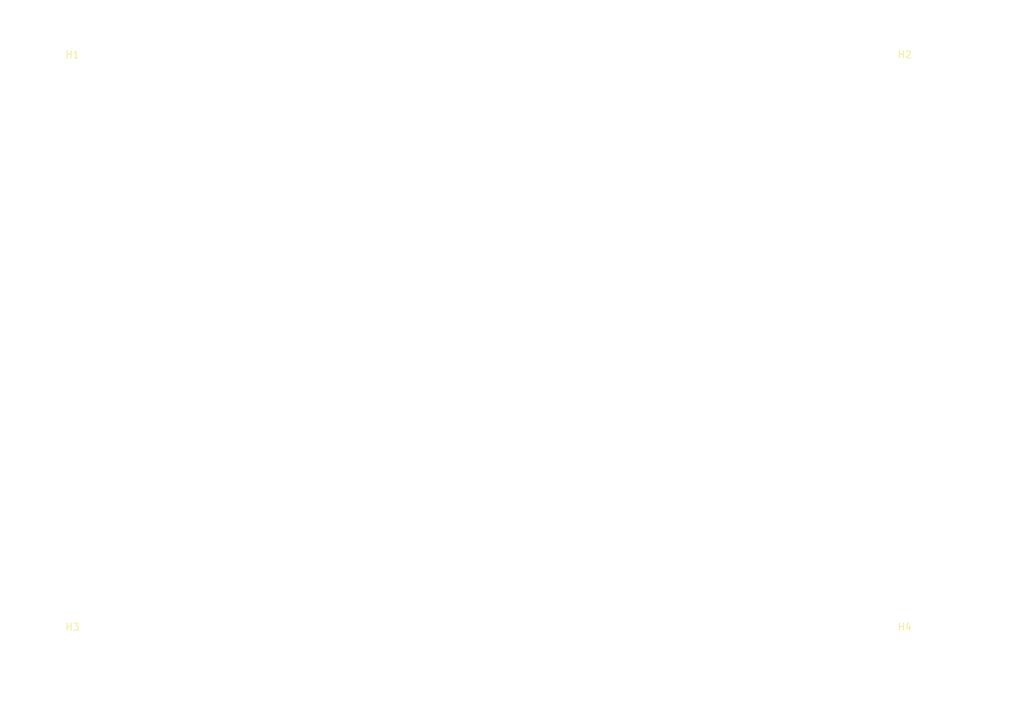
<source format=kicad_pcb>
(kicad_pcb (version 20210228) (generator pcbnew)
  (title_block (title "Enter Title On Page Setting Dialog") (rev "1") (company "KiCAD"))
  (layers (0 "F.Cu" signal) (31 "B.Cu" signal) (34 "B.Paste" user) (35 "F.Paste" user) (36 "B.SilkS" user "B.Silkscreen") (37 "F.SilkS" user "F.Silkscreen") (38 "B.Mask" user) (39 "F.Mask" user) (44 "Edge.Cuts" user))
  (net 0 "")
  (footprint "MountingHole:MountingHole_3.2mm_M3" (layer "F.Cu") (at 80.64 49.105)
    (fp_text reference "H1" (at 5.16 -0.205) (layer "F.SilkS"))
    (fp_text value "MountingHole")
    (pad "1" np_thru_hole circle (at 0 0) (size 3.2 3.2) (drill 3.2) (layers *.Cu *.Mask))
  )
  (footprint "MountingHole:MountingHole_3.2mm_M3" (layer "F.Cu") (at 209.64 49.105)
    (fp_text reference "H2" (at -5.26 -0.205) (layer "F.SilkS"))
    (fp_text value "MountingHole")
    (pad "1" np_thru_hole circle (at 0 0) (size 3.2 3.2) (drill 3.2) (layers *.Cu *.Mask))
  )
  (footprint "MountingHole:MountingHole_3.2mm_M3" (layer "F.Cu") (at 80.64 130.505)
    (fp_text reference "H3" (at 5.16 -0.08) (layer "F.SilkS"))
    (fp_text value "MountingHole")
    (pad "1" np_thru_hole circle (at 0 0) (size 3.2 3.2) (drill 3.2) (layers *.Cu *.Mask))
  )
  (footprint "MountingHole:MountingHole_3.2mm_M3" (layer "F.Cu") (at 209.64 130.505)
    (fp_text reference "H4" (at -5.26 -0.08) (layer "F.SilkS"))
    (fp_text value "MountingHole")
    (pad "1" np_thru_hole circle (at 0 0) (size 3.2 3.2) (drill 3.2) (layers *.Cu *.Mask))
  )
  (gr_line (start 75.64 44.105) (end 75.64 135.505) (layer "Edge.Cuts") (width 0.00254))
  (gr_line (start 75.64 135.505) (end 214.64 135.505) (layer "Edge.Cuts") (width 0.00254))
  (gr_line (start 214.64 44.105) (end 75.64 44.105) (layer "Edge.Cuts") (width 0.00254))
  (gr_line (start 214.64 44.105) (end 214.64 135.505) (layer "Edge.Cuts") (width 0.00254))
)
</source>
